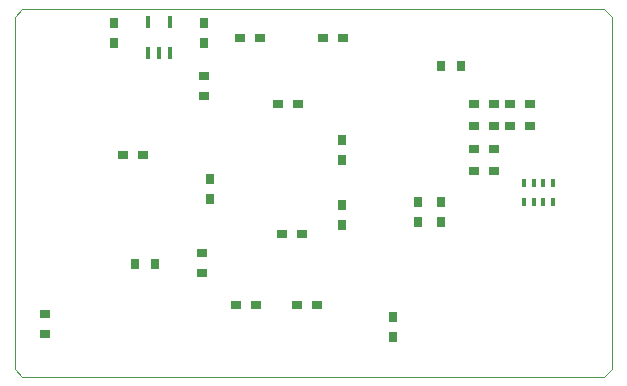
<source format=gbp>
G75*
%MOIN*%
%OFA0B0*%
%FSLAX25Y25*%
%IPPOS*%
%LPD*%
%AMOC8*
5,1,8,0,0,1.08239X$1,22.5*
%
%ADD10C,0.00000*%
%ADD11R,0.03150X0.03543*%
%ADD12R,0.03543X0.03150*%
%ADD13R,0.01575X0.03150*%
%ADD14R,0.01732X0.04291*%
D10*
X0005500Y0013000D02*
X0003000Y0015500D01*
X0003000Y0133000D01*
X0005500Y0135500D01*
X0199500Y0135500D01*
X0202000Y0133000D01*
X0202000Y0015500D01*
X0199500Y0013000D01*
X0005500Y0013000D01*
D11*
X0043154Y0050500D03*
X0049846Y0050500D03*
X0068000Y0072154D03*
X0068000Y0078846D03*
X0112000Y0085154D03*
X0112000Y0091846D03*
X0137500Y0071346D03*
X0145000Y0071346D03*
X0145000Y0064654D03*
X0137500Y0064654D03*
X0112000Y0063654D03*
X0112000Y0070346D03*
X0129000Y0032846D03*
X0129000Y0026154D03*
X0145154Y0116500D03*
X0151846Y0116500D03*
X0066000Y0124154D03*
X0066000Y0130846D03*
X0036000Y0130846D03*
X0036000Y0124154D03*
D12*
X0066000Y0113346D03*
X0066000Y0106654D03*
X0090654Y0104000D03*
X0097346Y0104000D03*
X0105654Y0126000D03*
X0112346Y0126000D03*
X0084846Y0126000D03*
X0078154Y0126000D03*
X0045846Y0087000D03*
X0039154Y0087000D03*
X0065500Y0054346D03*
X0065500Y0047654D03*
X0076654Y0037000D03*
X0083346Y0037000D03*
X0097154Y0037000D03*
X0103846Y0037000D03*
X0098846Y0060500D03*
X0092154Y0060500D03*
X0156154Y0081500D03*
X0162846Y0081500D03*
X0162846Y0089000D03*
X0156154Y0089000D03*
X0156154Y0096500D03*
X0162846Y0096500D03*
X0168154Y0096500D03*
X0174846Y0096500D03*
X0174846Y0104000D03*
X0168154Y0104000D03*
X0162846Y0104000D03*
X0156154Y0104000D03*
X0013000Y0033846D03*
X0013000Y0027154D03*
D13*
X0172776Y0071350D03*
X0175925Y0071350D03*
X0179075Y0071350D03*
X0182224Y0071350D03*
X0182224Y0077650D03*
X0179075Y0077650D03*
X0175925Y0077650D03*
X0172776Y0077650D03*
D14*
X0054740Y0120882D03*
X0051000Y0120882D03*
X0047260Y0120882D03*
X0047260Y0131118D03*
X0054740Y0131118D03*
M02*

</source>
